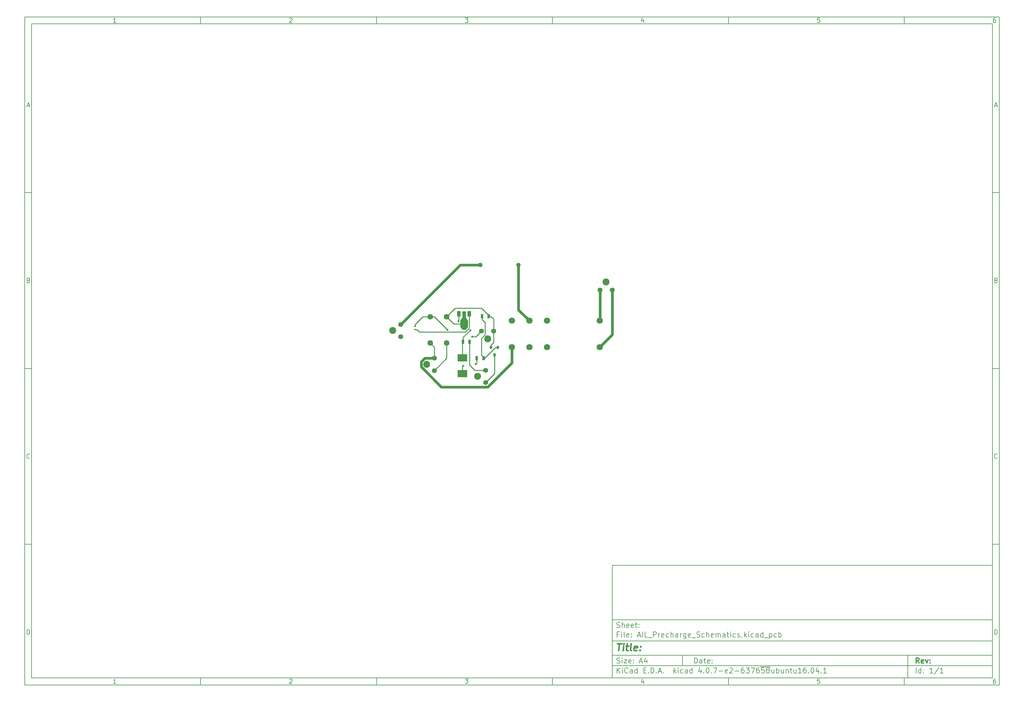
<source format=gbr>
G04 #@! TF.FileFunction,Copper,L1,Top,Signal*
%FSLAX46Y46*%
G04 Gerber Fmt 4.6, Leading zero omitted, Abs format (unit mm)*
G04 Created by KiCad (PCBNEW 4.0.7-e2-6376~58~ubuntu16.04.1) date Thu Nov  9 22:46:50 2017*
%MOMM*%
%LPD*%
G01*
G04 APERTURE LIST*
%ADD10C,0.100000*%
%ADD11C,0.150000*%
%ADD12C,0.300000*%
%ADD13C,0.400000*%
%ADD14C,1.397000*%
%ADD15C,1.981000*%
%ADD16C,1.600000*%
%ADD17R,0.800000X0.900000*%
%ADD18R,1.000000X1.500000*%
%ADD19R,1.000000X1.800000*%
%ADD20R,2.200000X1.840000*%
%ADD21C,1.800000*%
%ADD22R,0.550000X0.450000*%
%ADD23R,2.743000X2.159000*%
%ADD24R,0.700000X1.300000*%
%ADD25C,1.300000*%
%ADD26C,0.600000*%
%ADD27C,0.254000*%
%ADD28C,0.762000*%
G04 APERTURE END LIST*
D10*
D11*
X177002200Y-166007200D02*
X177002200Y-198007200D01*
X285002200Y-198007200D01*
X285002200Y-166007200D01*
X177002200Y-166007200D01*
D10*
D11*
X10000000Y-10000000D02*
X10000000Y-200007200D01*
X287002200Y-200007200D01*
X287002200Y-10000000D01*
X10000000Y-10000000D01*
D10*
D11*
X12000000Y-12000000D02*
X12000000Y-198007200D01*
X285002200Y-198007200D01*
X285002200Y-12000000D01*
X12000000Y-12000000D01*
D10*
D11*
X60000000Y-12000000D02*
X60000000Y-10000000D01*
D10*
D11*
X110000000Y-12000000D02*
X110000000Y-10000000D01*
D10*
D11*
X160000000Y-12000000D02*
X160000000Y-10000000D01*
D10*
D11*
X210000000Y-12000000D02*
X210000000Y-10000000D01*
D10*
D11*
X260000000Y-12000000D02*
X260000000Y-10000000D01*
D10*
D11*
X35990476Y-11588095D02*
X35247619Y-11588095D01*
X35619048Y-11588095D02*
X35619048Y-10288095D01*
X35495238Y-10473810D01*
X35371429Y-10597619D01*
X35247619Y-10659524D01*
D10*
D11*
X85247619Y-10411905D02*
X85309524Y-10350000D01*
X85433333Y-10288095D01*
X85742857Y-10288095D01*
X85866667Y-10350000D01*
X85928571Y-10411905D01*
X85990476Y-10535714D01*
X85990476Y-10659524D01*
X85928571Y-10845238D01*
X85185714Y-11588095D01*
X85990476Y-11588095D01*
D10*
D11*
X135185714Y-10288095D02*
X135990476Y-10288095D01*
X135557143Y-10783333D01*
X135742857Y-10783333D01*
X135866667Y-10845238D01*
X135928571Y-10907143D01*
X135990476Y-11030952D01*
X135990476Y-11340476D01*
X135928571Y-11464286D01*
X135866667Y-11526190D01*
X135742857Y-11588095D01*
X135371429Y-11588095D01*
X135247619Y-11526190D01*
X135185714Y-11464286D01*
D10*
D11*
X185866667Y-10721429D02*
X185866667Y-11588095D01*
X185557143Y-10226190D02*
X185247619Y-11154762D01*
X186052381Y-11154762D01*
D10*
D11*
X235928571Y-10288095D02*
X235309524Y-10288095D01*
X235247619Y-10907143D01*
X235309524Y-10845238D01*
X235433333Y-10783333D01*
X235742857Y-10783333D01*
X235866667Y-10845238D01*
X235928571Y-10907143D01*
X235990476Y-11030952D01*
X235990476Y-11340476D01*
X235928571Y-11464286D01*
X235866667Y-11526190D01*
X235742857Y-11588095D01*
X235433333Y-11588095D01*
X235309524Y-11526190D01*
X235247619Y-11464286D01*
D10*
D11*
X285866667Y-10288095D02*
X285619048Y-10288095D01*
X285495238Y-10350000D01*
X285433333Y-10411905D01*
X285309524Y-10597619D01*
X285247619Y-10845238D01*
X285247619Y-11340476D01*
X285309524Y-11464286D01*
X285371429Y-11526190D01*
X285495238Y-11588095D01*
X285742857Y-11588095D01*
X285866667Y-11526190D01*
X285928571Y-11464286D01*
X285990476Y-11340476D01*
X285990476Y-11030952D01*
X285928571Y-10907143D01*
X285866667Y-10845238D01*
X285742857Y-10783333D01*
X285495238Y-10783333D01*
X285371429Y-10845238D01*
X285309524Y-10907143D01*
X285247619Y-11030952D01*
D10*
D11*
X60000000Y-198007200D02*
X60000000Y-200007200D01*
D10*
D11*
X110000000Y-198007200D02*
X110000000Y-200007200D01*
D10*
D11*
X160000000Y-198007200D02*
X160000000Y-200007200D01*
D10*
D11*
X210000000Y-198007200D02*
X210000000Y-200007200D01*
D10*
D11*
X260000000Y-198007200D02*
X260000000Y-200007200D01*
D10*
D11*
X35990476Y-199595295D02*
X35247619Y-199595295D01*
X35619048Y-199595295D02*
X35619048Y-198295295D01*
X35495238Y-198481010D01*
X35371429Y-198604819D01*
X35247619Y-198666724D01*
D10*
D11*
X85247619Y-198419105D02*
X85309524Y-198357200D01*
X85433333Y-198295295D01*
X85742857Y-198295295D01*
X85866667Y-198357200D01*
X85928571Y-198419105D01*
X85990476Y-198542914D01*
X85990476Y-198666724D01*
X85928571Y-198852438D01*
X85185714Y-199595295D01*
X85990476Y-199595295D01*
D10*
D11*
X135185714Y-198295295D02*
X135990476Y-198295295D01*
X135557143Y-198790533D01*
X135742857Y-198790533D01*
X135866667Y-198852438D01*
X135928571Y-198914343D01*
X135990476Y-199038152D01*
X135990476Y-199347676D01*
X135928571Y-199471486D01*
X135866667Y-199533390D01*
X135742857Y-199595295D01*
X135371429Y-199595295D01*
X135247619Y-199533390D01*
X135185714Y-199471486D01*
D10*
D11*
X185866667Y-198728629D02*
X185866667Y-199595295D01*
X185557143Y-198233390D02*
X185247619Y-199161962D01*
X186052381Y-199161962D01*
D10*
D11*
X235928571Y-198295295D02*
X235309524Y-198295295D01*
X235247619Y-198914343D01*
X235309524Y-198852438D01*
X235433333Y-198790533D01*
X235742857Y-198790533D01*
X235866667Y-198852438D01*
X235928571Y-198914343D01*
X235990476Y-199038152D01*
X235990476Y-199347676D01*
X235928571Y-199471486D01*
X235866667Y-199533390D01*
X235742857Y-199595295D01*
X235433333Y-199595295D01*
X235309524Y-199533390D01*
X235247619Y-199471486D01*
D10*
D11*
X285866667Y-198295295D02*
X285619048Y-198295295D01*
X285495238Y-198357200D01*
X285433333Y-198419105D01*
X285309524Y-198604819D01*
X285247619Y-198852438D01*
X285247619Y-199347676D01*
X285309524Y-199471486D01*
X285371429Y-199533390D01*
X285495238Y-199595295D01*
X285742857Y-199595295D01*
X285866667Y-199533390D01*
X285928571Y-199471486D01*
X285990476Y-199347676D01*
X285990476Y-199038152D01*
X285928571Y-198914343D01*
X285866667Y-198852438D01*
X285742857Y-198790533D01*
X285495238Y-198790533D01*
X285371429Y-198852438D01*
X285309524Y-198914343D01*
X285247619Y-199038152D01*
D10*
D11*
X10000000Y-60000000D02*
X12000000Y-60000000D01*
D10*
D11*
X10000000Y-110000000D02*
X12000000Y-110000000D01*
D10*
D11*
X10000000Y-160000000D02*
X12000000Y-160000000D01*
D10*
D11*
X10690476Y-35216667D02*
X11309524Y-35216667D01*
X10566667Y-35588095D02*
X11000000Y-34288095D01*
X11433333Y-35588095D01*
D10*
D11*
X11092857Y-84907143D02*
X11278571Y-84969048D01*
X11340476Y-85030952D01*
X11402381Y-85154762D01*
X11402381Y-85340476D01*
X11340476Y-85464286D01*
X11278571Y-85526190D01*
X11154762Y-85588095D01*
X10659524Y-85588095D01*
X10659524Y-84288095D01*
X11092857Y-84288095D01*
X11216667Y-84350000D01*
X11278571Y-84411905D01*
X11340476Y-84535714D01*
X11340476Y-84659524D01*
X11278571Y-84783333D01*
X11216667Y-84845238D01*
X11092857Y-84907143D01*
X10659524Y-84907143D01*
D10*
D11*
X11402381Y-135464286D02*
X11340476Y-135526190D01*
X11154762Y-135588095D01*
X11030952Y-135588095D01*
X10845238Y-135526190D01*
X10721429Y-135402381D01*
X10659524Y-135278571D01*
X10597619Y-135030952D01*
X10597619Y-134845238D01*
X10659524Y-134597619D01*
X10721429Y-134473810D01*
X10845238Y-134350000D01*
X11030952Y-134288095D01*
X11154762Y-134288095D01*
X11340476Y-134350000D01*
X11402381Y-134411905D01*
D10*
D11*
X10659524Y-185588095D02*
X10659524Y-184288095D01*
X10969048Y-184288095D01*
X11154762Y-184350000D01*
X11278571Y-184473810D01*
X11340476Y-184597619D01*
X11402381Y-184845238D01*
X11402381Y-185030952D01*
X11340476Y-185278571D01*
X11278571Y-185402381D01*
X11154762Y-185526190D01*
X10969048Y-185588095D01*
X10659524Y-185588095D01*
D10*
D11*
X287002200Y-60000000D02*
X285002200Y-60000000D01*
D10*
D11*
X287002200Y-110000000D02*
X285002200Y-110000000D01*
D10*
D11*
X287002200Y-160000000D02*
X285002200Y-160000000D01*
D10*
D11*
X285692676Y-35216667D02*
X286311724Y-35216667D01*
X285568867Y-35588095D02*
X286002200Y-34288095D01*
X286435533Y-35588095D01*
D10*
D11*
X286095057Y-84907143D02*
X286280771Y-84969048D01*
X286342676Y-85030952D01*
X286404581Y-85154762D01*
X286404581Y-85340476D01*
X286342676Y-85464286D01*
X286280771Y-85526190D01*
X286156962Y-85588095D01*
X285661724Y-85588095D01*
X285661724Y-84288095D01*
X286095057Y-84288095D01*
X286218867Y-84350000D01*
X286280771Y-84411905D01*
X286342676Y-84535714D01*
X286342676Y-84659524D01*
X286280771Y-84783333D01*
X286218867Y-84845238D01*
X286095057Y-84907143D01*
X285661724Y-84907143D01*
D10*
D11*
X286404581Y-135464286D02*
X286342676Y-135526190D01*
X286156962Y-135588095D01*
X286033152Y-135588095D01*
X285847438Y-135526190D01*
X285723629Y-135402381D01*
X285661724Y-135278571D01*
X285599819Y-135030952D01*
X285599819Y-134845238D01*
X285661724Y-134597619D01*
X285723629Y-134473810D01*
X285847438Y-134350000D01*
X286033152Y-134288095D01*
X286156962Y-134288095D01*
X286342676Y-134350000D01*
X286404581Y-134411905D01*
D10*
D11*
X285661724Y-185588095D02*
X285661724Y-184288095D01*
X285971248Y-184288095D01*
X286156962Y-184350000D01*
X286280771Y-184473810D01*
X286342676Y-184597619D01*
X286404581Y-184845238D01*
X286404581Y-185030952D01*
X286342676Y-185278571D01*
X286280771Y-185402381D01*
X286156962Y-185526190D01*
X285971248Y-185588095D01*
X285661724Y-185588095D01*
D10*
D11*
X200359343Y-193785771D02*
X200359343Y-192285771D01*
X200716486Y-192285771D01*
X200930771Y-192357200D01*
X201073629Y-192500057D01*
X201145057Y-192642914D01*
X201216486Y-192928629D01*
X201216486Y-193142914D01*
X201145057Y-193428629D01*
X201073629Y-193571486D01*
X200930771Y-193714343D01*
X200716486Y-193785771D01*
X200359343Y-193785771D01*
X202502200Y-193785771D02*
X202502200Y-193000057D01*
X202430771Y-192857200D01*
X202287914Y-192785771D01*
X202002200Y-192785771D01*
X201859343Y-192857200D01*
X202502200Y-193714343D02*
X202359343Y-193785771D01*
X202002200Y-193785771D01*
X201859343Y-193714343D01*
X201787914Y-193571486D01*
X201787914Y-193428629D01*
X201859343Y-193285771D01*
X202002200Y-193214343D01*
X202359343Y-193214343D01*
X202502200Y-193142914D01*
X203002200Y-192785771D02*
X203573629Y-192785771D01*
X203216486Y-192285771D02*
X203216486Y-193571486D01*
X203287914Y-193714343D01*
X203430772Y-193785771D01*
X203573629Y-193785771D01*
X204645057Y-193714343D02*
X204502200Y-193785771D01*
X204216486Y-193785771D01*
X204073629Y-193714343D01*
X204002200Y-193571486D01*
X204002200Y-193000057D01*
X204073629Y-192857200D01*
X204216486Y-192785771D01*
X204502200Y-192785771D01*
X204645057Y-192857200D01*
X204716486Y-193000057D01*
X204716486Y-193142914D01*
X204002200Y-193285771D01*
X205359343Y-193642914D02*
X205430771Y-193714343D01*
X205359343Y-193785771D01*
X205287914Y-193714343D01*
X205359343Y-193642914D01*
X205359343Y-193785771D01*
X205359343Y-192857200D02*
X205430771Y-192928629D01*
X205359343Y-193000057D01*
X205287914Y-192928629D01*
X205359343Y-192857200D01*
X205359343Y-193000057D01*
D10*
D11*
X177002200Y-194507200D02*
X285002200Y-194507200D01*
D10*
D11*
X178359343Y-196585771D02*
X178359343Y-195085771D01*
X179216486Y-196585771D02*
X178573629Y-195728629D01*
X179216486Y-195085771D02*
X178359343Y-195942914D01*
X179859343Y-196585771D02*
X179859343Y-195585771D01*
X179859343Y-195085771D02*
X179787914Y-195157200D01*
X179859343Y-195228629D01*
X179930771Y-195157200D01*
X179859343Y-195085771D01*
X179859343Y-195228629D01*
X181430772Y-196442914D02*
X181359343Y-196514343D01*
X181145057Y-196585771D01*
X181002200Y-196585771D01*
X180787915Y-196514343D01*
X180645057Y-196371486D01*
X180573629Y-196228629D01*
X180502200Y-195942914D01*
X180502200Y-195728629D01*
X180573629Y-195442914D01*
X180645057Y-195300057D01*
X180787915Y-195157200D01*
X181002200Y-195085771D01*
X181145057Y-195085771D01*
X181359343Y-195157200D01*
X181430772Y-195228629D01*
X182716486Y-196585771D02*
X182716486Y-195800057D01*
X182645057Y-195657200D01*
X182502200Y-195585771D01*
X182216486Y-195585771D01*
X182073629Y-195657200D01*
X182716486Y-196514343D02*
X182573629Y-196585771D01*
X182216486Y-196585771D01*
X182073629Y-196514343D01*
X182002200Y-196371486D01*
X182002200Y-196228629D01*
X182073629Y-196085771D01*
X182216486Y-196014343D01*
X182573629Y-196014343D01*
X182716486Y-195942914D01*
X184073629Y-196585771D02*
X184073629Y-195085771D01*
X184073629Y-196514343D02*
X183930772Y-196585771D01*
X183645058Y-196585771D01*
X183502200Y-196514343D01*
X183430772Y-196442914D01*
X183359343Y-196300057D01*
X183359343Y-195871486D01*
X183430772Y-195728629D01*
X183502200Y-195657200D01*
X183645058Y-195585771D01*
X183930772Y-195585771D01*
X184073629Y-195657200D01*
X185930772Y-195800057D02*
X186430772Y-195800057D01*
X186645058Y-196585771D02*
X185930772Y-196585771D01*
X185930772Y-195085771D01*
X186645058Y-195085771D01*
X187287915Y-196442914D02*
X187359343Y-196514343D01*
X187287915Y-196585771D01*
X187216486Y-196514343D01*
X187287915Y-196442914D01*
X187287915Y-196585771D01*
X188002201Y-196585771D02*
X188002201Y-195085771D01*
X188359344Y-195085771D01*
X188573629Y-195157200D01*
X188716487Y-195300057D01*
X188787915Y-195442914D01*
X188859344Y-195728629D01*
X188859344Y-195942914D01*
X188787915Y-196228629D01*
X188716487Y-196371486D01*
X188573629Y-196514343D01*
X188359344Y-196585771D01*
X188002201Y-196585771D01*
X189502201Y-196442914D02*
X189573629Y-196514343D01*
X189502201Y-196585771D01*
X189430772Y-196514343D01*
X189502201Y-196442914D01*
X189502201Y-196585771D01*
X190145058Y-196157200D02*
X190859344Y-196157200D01*
X190002201Y-196585771D02*
X190502201Y-195085771D01*
X191002201Y-196585771D01*
X191502201Y-196442914D02*
X191573629Y-196514343D01*
X191502201Y-196585771D01*
X191430772Y-196514343D01*
X191502201Y-196442914D01*
X191502201Y-196585771D01*
X194502201Y-196585771D02*
X194502201Y-195085771D01*
X194645058Y-196014343D02*
X195073629Y-196585771D01*
X195073629Y-195585771D02*
X194502201Y-196157200D01*
X195716487Y-196585771D02*
X195716487Y-195585771D01*
X195716487Y-195085771D02*
X195645058Y-195157200D01*
X195716487Y-195228629D01*
X195787915Y-195157200D01*
X195716487Y-195085771D01*
X195716487Y-195228629D01*
X197073630Y-196514343D02*
X196930773Y-196585771D01*
X196645059Y-196585771D01*
X196502201Y-196514343D01*
X196430773Y-196442914D01*
X196359344Y-196300057D01*
X196359344Y-195871486D01*
X196430773Y-195728629D01*
X196502201Y-195657200D01*
X196645059Y-195585771D01*
X196930773Y-195585771D01*
X197073630Y-195657200D01*
X198359344Y-196585771D02*
X198359344Y-195800057D01*
X198287915Y-195657200D01*
X198145058Y-195585771D01*
X197859344Y-195585771D01*
X197716487Y-195657200D01*
X198359344Y-196514343D02*
X198216487Y-196585771D01*
X197859344Y-196585771D01*
X197716487Y-196514343D01*
X197645058Y-196371486D01*
X197645058Y-196228629D01*
X197716487Y-196085771D01*
X197859344Y-196014343D01*
X198216487Y-196014343D01*
X198359344Y-195942914D01*
X199716487Y-196585771D02*
X199716487Y-195085771D01*
X199716487Y-196514343D02*
X199573630Y-196585771D01*
X199287916Y-196585771D01*
X199145058Y-196514343D01*
X199073630Y-196442914D01*
X199002201Y-196300057D01*
X199002201Y-195871486D01*
X199073630Y-195728629D01*
X199145058Y-195657200D01*
X199287916Y-195585771D01*
X199573630Y-195585771D01*
X199716487Y-195657200D01*
X202216487Y-195585771D02*
X202216487Y-196585771D01*
X201859344Y-195014343D02*
X201502201Y-196085771D01*
X202430773Y-196085771D01*
X203002201Y-196442914D02*
X203073629Y-196514343D01*
X203002201Y-196585771D01*
X202930772Y-196514343D01*
X203002201Y-196442914D01*
X203002201Y-196585771D01*
X204002201Y-195085771D02*
X204145058Y-195085771D01*
X204287915Y-195157200D01*
X204359344Y-195228629D01*
X204430773Y-195371486D01*
X204502201Y-195657200D01*
X204502201Y-196014343D01*
X204430773Y-196300057D01*
X204359344Y-196442914D01*
X204287915Y-196514343D01*
X204145058Y-196585771D01*
X204002201Y-196585771D01*
X203859344Y-196514343D01*
X203787915Y-196442914D01*
X203716487Y-196300057D01*
X203645058Y-196014343D01*
X203645058Y-195657200D01*
X203716487Y-195371486D01*
X203787915Y-195228629D01*
X203859344Y-195157200D01*
X204002201Y-195085771D01*
X205145058Y-196442914D02*
X205216486Y-196514343D01*
X205145058Y-196585771D01*
X205073629Y-196514343D01*
X205145058Y-196442914D01*
X205145058Y-196585771D01*
X205716487Y-195085771D02*
X206716487Y-195085771D01*
X206073630Y-196585771D01*
X207287915Y-196014343D02*
X208430772Y-196014343D01*
X209716486Y-196514343D02*
X209573629Y-196585771D01*
X209287915Y-196585771D01*
X209145058Y-196514343D01*
X209073629Y-196371486D01*
X209073629Y-195800057D01*
X209145058Y-195657200D01*
X209287915Y-195585771D01*
X209573629Y-195585771D01*
X209716486Y-195657200D01*
X209787915Y-195800057D01*
X209787915Y-195942914D01*
X209073629Y-196085771D01*
X210359343Y-195228629D02*
X210430772Y-195157200D01*
X210573629Y-195085771D01*
X210930772Y-195085771D01*
X211073629Y-195157200D01*
X211145058Y-195228629D01*
X211216486Y-195371486D01*
X211216486Y-195514343D01*
X211145058Y-195728629D01*
X210287915Y-196585771D01*
X211216486Y-196585771D01*
X211859343Y-196014343D02*
X213002200Y-196014343D01*
X214359343Y-195085771D02*
X214073629Y-195085771D01*
X213930772Y-195157200D01*
X213859343Y-195228629D01*
X213716486Y-195442914D01*
X213645057Y-195728629D01*
X213645057Y-196300057D01*
X213716486Y-196442914D01*
X213787914Y-196514343D01*
X213930772Y-196585771D01*
X214216486Y-196585771D01*
X214359343Y-196514343D01*
X214430772Y-196442914D01*
X214502200Y-196300057D01*
X214502200Y-195942914D01*
X214430772Y-195800057D01*
X214359343Y-195728629D01*
X214216486Y-195657200D01*
X213930772Y-195657200D01*
X213787914Y-195728629D01*
X213716486Y-195800057D01*
X213645057Y-195942914D01*
X215002200Y-195085771D02*
X215930771Y-195085771D01*
X215430771Y-195657200D01*
X215645057Y-195657200D01*
X215787914Y-195728629D01*
X215859343Y-195800057D01*
X215930771Y-195942914D01*
X215930771Y-196300057D01*
X215859343Y-196442914D01*
X215787914Y-196514343D01*
X215645057Y-196585771D01*
X215216485Y-196585771D01*
X215073628Y-196514343D01*
X215002200Y-196442914D01*
X216430771Y-195085771D02*
X217430771Y-195085771D01*
X216787914Y-196585771D01*
X218645056Y-195085771D02*
X218359342Y-195085771D01*
X218216485Y-195157200D01*
X218145056Y-195228629D01*
X218002199Y-195442914D01*
X217930770Y-195728629D01*
X217930770Y-196300057D01*
X218002199Y-196442914D01*
X218073627Y-196514343D01*
X218216485Y-196585771D01*
X218502199Y-196585771D01*
X218645056Y-196514343D01*
X218716485Y-196442914D01*
X218787913Y-196300057D01*
X218787913Y-195942914D01*
X218716485Y-195800057D01*
X218645056Y-195728629D01*
X218502199Y-195657200D01*
X218216485Y-195657200D01*
X218073627Y-195728629D01*
X218002199Y-195800057D01*
X217930770Y-195942914D01*
X220145056Y-195085771D02*
X219430770Y-195085771D01*
X219359341Y-195800057D01*
X219430770Y-195728629D01*
X219573627Y-195657200D01*
X219930770Y-195657200D01*
X220073627Y-195728629D01*
X220145056Y-195800057D01*
X220216484Y-195942914D01*
X220216484Y-196300057D01*
X220145056Y-196442914D01*
X220073627Y-196514343D01*
X219930770Y-196585771D01*
X219573627Y-196585771D01*
X219430770Y-196514343D01*
X219359341Y-196442914D01*
X221073627Y-195728629D02*
X220930769Y-195657200D01*
X220859341Y-195585771D01*
X220787912Y-195442914D01*
X220787912Y-195371486D01*
X220859341Y-195228629D01*
X220930769Y-195157200D01*
X221073627Y-195085771D01*
X221359341Y-195085771D01*
X221502198Y-195157200D01*
X221573627Y-195228629D01*
X221645055Y-195371486D01*
X221645055Y-195442914D01*
X221573627Y-195585771D01*
X221502198Y-195657200D01*
X221359341Y-195728629D01*
X221073627Y-195728629D01*
X220930769Y-195800057D01*
X220859341Y-195871486D01*
X220787912Y-196014343D01*
X220787912Y-196300057D01*
X220859341Y-196442914D01*
X220930769Y-196514343D01*
X221073627Y-196585771D01*
X221359341Y-196585771D01*
X221502198Y-196514343D01*
X221573627Y-196442914D01*
X221645055Y-196300057D01*
X221645055Y-196014343D01*
X221573627Y-195871486D01*
X221502198Y-195800057D01*
X221359341Y-195728629D01*
X219073627Y-194827200D02*
X221930769Y-194827200D01*
X222930769Y-195585771D02*
X222930769Y-196585771D01*
X222287912Y-195585771D02*
X222287912Y-196371486D01*
X222359340Y-196514343D01*
X222502198Y-196585771D01*
X222716483Y-196585771D01*
X222859340Y-196514343D01*
X222930769Y-196442914D01*
X223645055Y-196585771D02*
X223645055Y-195085771D01*
X223645055Y-195657200D02*
X223787912Y-195585771D01*
X224073626Y-195585771D01*
X224216483Y-195657200D01*
X224287912Y-195728629D01*
X224359341Y-195871486D01*
X224359341Y-196300057D01*
X224287912Y-196442914D01*
X224216483Y-196514343D01*
X224073626Y-196585771D01*
X223787912Y-196585771D01*
X223645055Y-196514343D01*
X225645055Y-195585771D02*
X225645055Y-196585771D01*
X225002198Y-195585771D02*
X225002198Y-196371486D01*
X225073626Y-196514343D01*
X225216484Y-196585771D01*
X225430769Y-196585771D01*
X225573626Y-196514343D01*
X225645055Y-196442914D01*
X226359341Y-195585771D02*
X226359341Y-196585771D01*
X226359341Y-195728629D02*
X226430769Y-195657200D01*
X226573627Y-195585771D01*
X226787912Y-195585771D01*
X226930769Y-195657200D01*
X227002198Y-195800057D01*
X227002198Y-196585771D01*
X227502198Y-195585771D02*
X228073627Y-195585771D01*
X227716484Y-195085771D02*
X227716484Y-196371486D01*
X227787912Y-196514343D01*
X227930770Y-196585771D01*
X228073627Y-196585771D01*
X229216484Y-195585771D02*
X229216484Y-196585771D01*
X228573627Y-195585771D02*
X228573627Y-196371486D01*
X228645055Y-196514343D01*
X228787913Y-196585771D01*
X229002198Y-196585771D01*
X229145055Y-196514343D01*
X229216484Y-196442914D01*
X230716484Y-196585771D02*
X229859341Y-196585771D01*
X230287913Y-196585771D02*
X230287913Y-195085771D01*
X230145056Y-195300057D01*
X230002198Y-195442914D01*
X229859341Y-195514343D01*
X232002198Y-195085771D02*
X231716484Y-195085771D01*
X231573627Y-195157200D01*
X231502198Y-195228629D01*
X231359341Y-195442914D01*
X231287912Y-195728629D01*
X231287912Y-196300057D01*
X231359341Y-196442914D01*
X231430769Y-196514343D01*
X231573627Y-196585771D01*
X231859341Y-196585771D01*
X232002198Y-196514343D01*
X232073627Y-196442914D01*
X232145055Y-196300057D01*
X232145055Y-195942914D01*
X232073627Y-195800057D01*
X232002198Y-195728629D01*
X231859341Y-195657200D01*
X231573627Y-195657200D01*
X231430769Y-195728629D01*
X231359341Y-195800057D01*
X231287912Y-195942914D01*
X232787912Y-196442914D02*
X232859340Y-196514343D01*
X232787912Y-196585771D01*
X232716483Y-196514343D01*
X232787912Y-196442914D01*
X232787912Y-196585771D01*
X233787912Y-195085771D02*
X233930769Y-195085771D01*
X234073626Y-195157200D01*
X234145055Y-195228629D01*
X234216484Y-195371486D01*
X234287912Y-195657200D01*
X234287912Y-196014343D01*
X234216484Y-196300057D01*
X234145055Y-196442914D01*
X234073626Y-196514343D01*
X233930769Y-196585771D01*
X233787912Y-196585771D01*
X233645055Y-196514343D01*
X233573626Y-196442914D01*
X233502198Y-196300057D01*
X233430769Y-196014343D01*
X233430769Y-195657200D01*
X233502198Y-195371486D01*
X233573626Y-195228629D01*
X233645055Y-195157200D01*
X233787912Y-195085771D01*
X235573626Y-195585771D02*
X235573626Y-196585771D01*
X235216483Y-195014343D02*
X234859340Y-196085771D01*
X235787912Y-196085771D01*
X236359340Y-196442914D02*
X236430768Y-196514343D01*
X236359340Y-196585771D01*
X236287911Y-196514343D01*
X236359340Y-196442914D01*
X236359340Y-196585771D01*
X237859340Y-196585771D02*
X237002197Y-196585771D01*
X237430769Y-196585771D02*
X237430769Y-195085771D01*
X237287912Y-195300057D01*
X237145054Y-195442914D01*
X237002197Y-195514343D01*
D10*
D11*
X177002200Y-191507200D02*
X285002200Y-191507200D01*
D10*
D12*
X264216486Y-193785771D02*
X263716486Y-193071486D01*
X263359343Y-193785771D02*
X263359343Y-192285771D01*
X263930771Y-192285771D01*
X264073629Y-192357200D01*
X264145057Y-192428629D01*
X264216486Y-192571486D01*
X264216486Y-192785771D01*
X264145057Y-192928629D01*
X264073629Y-193000057D01*
X263930771Y-193071486D01*
X263359343Y-193071486D01*
X265430771Y-193714343D02*
X265287914Y-193785771D01*
X265002200Y-193785771D01*
X264859343Y-193714343D01*
X264787914Y-193571486D01*
X264787914Y-193000057D01*
X264859343Y-192857200D01*
X265002200Y-192785771D01*
X265287914Y-192785771D01*
X265430771Y-192857200D01*
X265502200Y-193000057D01*
X265502200Y-193142914D01*
X264787914Y-193285771D01*
X266002200Y-192785771D02*
X266359343Y-193785771D01*
X266716485Y-192785771D01*
X267287914Y-193642914D02*
X267359342Y-193714343D01*
X267287914Y-193785771D01*
X267216485Y-193714343D01*
X267287914Y-193642914D01*
X267287914Y-193785771D01*
X267287914Y-192857200D02*
X267359342Y-192928629D01*
X267287914Y-193000057D01*
X267216485Y-192928629D01*
X267287914Y-192857200D01*
X267287914Y-193000057D01*
D10*
D11*
X178287914Y-193714343D02*
X178502200Y-193785771D01*
X178859343Y-193785771D01*
X179002200Y-193714343D01*
X179073629Y-193642914D01*
X179145057Y-193500057D01*
X179145057Y-193357200D01*
X179073629Y-193214343D01*
X179002200Y-193142914D01*
X178859343Y-193071486D01*
X178573629Y-193000057D01*
X178430771Y-192928629D01*
X178359343Y-192857200D01*
X178287914Y-192714343D01*
X178287914Y-192571486D01*
X178359343Y-192428629D01*
X178430771Y-192357200D01*
X178573629Y-192285771D01*
X178930771Y-192285771D01*
X179145057Y-192357200D01*
X179787914Y-193785771D02*
X179787914Y-192785771D01*
X179787914Y-192285771D02*
X179716485Y-192357200D01*
X179787914Y-192428629D01*
X179859342Y-192357200D01*
X179787914Y-192285771D01*
X179787914Y-192428629D01*
X180359343Y-192785771D02*
X181145057Y-192785771D01*
X180359343Y-193785771D01*
X181145057Y-193785771D01*
X182287914Y-193714343D02*
X182145057Y-193785771D01*
X181859343Y-193785771D01*
X181716486Y-193714343D01*
X181645057Y-193571486D01*
X181645057Y-193000057D01*
X181716486Y-192857200D01*
X181859343Y-192785771D01*
X182145057Y-192785771D01*
X182287914Y-192857200D01*
X182359343Y-193000057D01*
X182359343Y-193142914D01*
X181645057Y-193285771D01*
X183002200Y-193642914D02*
X183073628Y-193714343D01*
X183002200Y-193785771D01*
X182930771Y-193714343D01*
X183002200Y-193642914D01*
X183002200Y-193785771D01*
X183002200Y-192857200D02*
X183073628Y-192928629D01*
X183002200Y-193000057D01*
X182930771Y-192928629D01*
X183002200Y-192857200D01*
X183002200Y-193000057D01*
X184787914Y-193357200D02*
X185502200Y-193357200D01*
X184645057Y-193785771D02*
X185145057Y-192285771D01*
X185645057Y-193785771D01*
X186787914Y-192785771D02*
X186787914Y-193785771D01*
X186430771Y-192214343D02*
X186073628Y-193285771D01*
X187002200Y-193285771D01*
D10*
D11*
X263359343Y-196585771D02*
X263359343Y-195085771D01*
X264716486Y-196585771D02*
X264716486Y-195085771D01*
X264716486Y-196514343D02*
X264573629Y-196585771D01*
X264287915Y-196585771D01*
X264145057Y-196514343D01*
X264073629Y-196442914D01*
X264002200Y-196300057D01*
X264002200Y-195871486D01*
X264073629Y-195728629D01*
X264145057Y-195657200D01*
X264287915Y-195585771D01*
X264573629Y-195585771D01*
X264716486Y-195657200D01*
X265430772Y-196442914D02*
X265502200Y-196514343D01*
X265430772Y-196585771D01*
X265359343Y-196514343D01*
X265430772Y-196442914D01*
X265430772Y-196585771D01*
X265430772Y-195657200D02*
X265502200Y-195728629D01*
X265430772Y-195800057D01*
X265359343Y-195728629D01*
X265430772Y-195657200D01*
X265430772Y-195800057D01*
X268073629Y-196585771D02*
X267216486Y-196585771D01*
X267645058Y-196585771D02*
X267645058Y-195085771D01*
X267502201Y-195300057D01*
X267359343Y-195442914D01*
X267216486Y-195514343D01*
X269787914Y-195014343D02*
X268502200Y-196942914D01*
X271073629Y-196585771D02*
X270216486Y-196585771D01*
X270645058Y-196585771D02*
X270645058Y-195085771D01*
X270502201Y-195300057D01*
X270359343Y-195442914D01*
X270216486Y-195514343D01*
D10*
D11*
X177002200Y-187507200D02*
X285002200Y-187507200D01*
D10*
D13*
X178454581Y-188211962D02*
X179597438Y-188211962D01*
X178776010Y-190211962D02*
X179026010Y-188211962D01*
X180014105Y-190211962D02*
X180180771Y-188878629D01*
X180264105Y-188211962D02*
X180156962Y-188307200D01*
X180240295Y-188402438D01*
X180347439Y-188307200D01*
X180264105Y-188211962D01*
X180240295Y-188402438D01*
X180847438Y-188878629D02*
X181609343Y-188878629D01*
X181216486Y-188211962D02*
X181002200Y-189926248D01*
X181073630Y-190116724D01*
X181252201Y-190211962D01*
X181442677Y-190211962D01*
X182395058Y-190211962D02*
X182216487Y-190116724D01*
X182145057Y-189926248D01*
X182359343Y-188211962D01*
X183930772Y-190116724D02*
X183728391Y-190211962D01*
X183347439Y-190211962D01*
X183168867Y-190116724D01*
X183097438Y-189926248D01*
X183192676Y-189164343D01*
X183311724Y-188973867D01*
X183514105Y-188878629D01*
X183895057Y-188878629D01*
X184073629Y-188973867D01*
X184145057Y-189164343D01*
X184121248Y-189354819D01*
X183145057Y-189545295D01*
X184895057Y-190021486D02*
X184978392Y-190116724D01*
X184871248Y-190211962D01*
X184787915Y-190116724D01*
X184895057Y-190021486D01*
X184871248Y-190211962D01*
X185026010Y-188973867D02*
X185109344Y-189069105D01*
X185002200Y-189164343D01*
X184918867Y-189069105D01*
X185026010Y-188973867D01*
X185002200Y-189164343D01*
D10*
D11*
X178859343Y-185600057D02*
X178359343Y-185600057D01*
X178359343Y-186385771D02*
X178359343Y-184885771D01*
X179073629Y-184885771D01*
X179645057Y-186385771D02*
X179645057Y-185385771D01*
X179645057Y-184885771D02*
X179573628Y-184957200D01*
X179645057Y-185028629D01*
X179716485Y-184957200D01*
X179645057Y-184885771D01*
X179645057Y-185028629D01*
X180573629Y-186385771D02*
X180430771Y-186314343D01*
X180359343Y-186171486D01*
X180359343Y-184885771D01*
X181716485Y-186314343D02*
X181573628Y-186385771D01*
X181287914Y-186385771D01*
X181145057Y-186314343D01*
X181073628Y-186171486D01*
X181073628Y-185600057D01*
X181145057Y-185457200D01*
X181287914Y-185385771D01*
X181573628Y-185385771D01*
X181716485Y-185457200D01*
X181787914Y-185600057D01*
X181787914Y-185742914D01*
X181073628Y-185885771D01*
X182430771Y-186242914D02*
X182502199Y-186314343D01*
X182430771Y-186385771D01*
X182359342Y-186314343D01*
X182430771Y-186242914D01*
X182430771Y-186385771D01*
X182430771Y-185457200D02*
X182502199Y-185528629D01*
X182430771Y-185600057D01*
X182359342Y-185528629D01*
X182430771Y-185457200D01*
X182430771Y-185600057D01*
X184216485Y-185957200D02*
X184930771Y-185957200D01*
X184073628Y-186385771D02*
X184573628Y-184885771D01*
X185073628Y-186385771D01*
X185573628Y-186385771D02*
X185573628Y-184885771D01*
X187002200Y-186385771D02*
X186287914Y-186385771D01*
X186287914Y-184885771D01*
X187145057Y-186528629D02*
X188287914Y-186528629D01*
X188645057Y-186385771D02*
X188645057Y-184885771D01*
X189216485Y-184885771D01*
X189359343Y-184957200D01*
X189430771Y-185028629D01*
X189502200Y-185171486D01*
X189502200Y-185385771D01*
X189430771Y-185528629D01*
X189359343Y-185600057D01*
X189216485Y-185671486D01*
X188645057Y-185671486D01*
X190145057Y-186385771D02*
X190145057Y-185385771D01*
X190145057Y-185671486D02*
X190216485Y-185528629D01*
X190287914Y-185457200D01*
X190430771Y-185385771D01*
X190573628Y-185385771D01*
X191645056Y-186314343D02*
X191502199Y-186385771D01*
X191216485Y-186385771D01*
X191073628Y-186314343D01*
X191002199Y-186171486D01*
X191002199Y-185600057D01*
X191073628Y-185457200D01*
X191216485Y-185385771D01*
X191502199Y-185385771D01*
X191645056Y-185457200D01*
X191716485Y-185600057D01*
X191716485Y-185742914D01*
X191002199Y-185885771D01*
X193002199Y-186314343D02*
X192859342Y-186385771D01*
X192573628Y-186385771D01*
X192430770Y-186314343D01*
X192359342Y-186242914D01*
X192287913Y-186100057D01*
X192287913Y-185671486D01*
X192359342Y-185528629D01*
X192430770Y-185457200D01*
X192573628Y-185385771D01*
X192859342Y-185385771D01*
X193002199Y-185457200D01*
X193645056Y-186385771D02*
X193645056Y-184885771D01*
X194287913Y-186385771D02*
X194287913Y-185600057D01*
X194216484Y-185457200D01*
X194073627Y-185385771D01*
X193859342Y-185385771D01*
X193716484Y-185457200D01*
X193645056Y-185528629D01*
X195645056Y-186385771D02*
X195645056Y-185600057D01*
X195573627Y-185457200D01*
X195430770Y-185385771D01*
X195145056Y-185385771D01*
X195002199Y-185457200D01*
X195645056Y-186314343D02*
X195502199Y-186385771D01*
X195145056Y-186385771D01*
X195002199Y-186314343D01*
X194930770Y-186171486D01*
X194930770Y-186028629D01*
X195002199Y-185885771D01*
X195145056Y-185814343D01*
X195502199Y-185814343D01*
X195645056Y-185742914D01*
X196359342Y-186385771D02*
X196359342Y-185385771D01*
X196359342Y-185671486D02*
X196430770Y-185528629D01*
X196502199Y-185457200D01*
X196645056Y-185385771D01*
X196787913Y-185385771D01*
X197930770Y-185385771D02*
X197930770Y-186600057D01*
X197859341Y-186742914D01*
X197787913Y-186814343D01*
X197645056Y-186885771D01*
X197430770Y-186885771D01*
X197287913Y-186814343D01*
X197930770Y-186314343D02*
X197787913Y-186385771D01*
X197502199Y-186385771D01*
X197359341Y-186314343D01*
X197287913Y-186242914D01*
X197216484Y-186100057D01*
X197216484Y-185671486D01*
X197287913Y-185528629D01*
X197359341Y-185457200D01*
X197502199Y-185385771D01*
X197787913Y-185385771D01*
X197930770Y-185457200D01*
X199216484Y-186314343D02*
X199073627Y-186385771D01*
X198787913Y-186385771D01*
X198645056Y-186314343D01*
X198573627Y-186171486D01*
X198573627Y-185600057D01*
X198645056Y-185457200D01*
X198787913Y-185385771D01*
X199073627Y-185385771D01*
X199216484Y-185457200D01*
X199287913Y-185600057D01*
X199287913Y-185742914D01*
X198573627Y-185885771D01*
X199573627Y-186528629D02*
X200716484Y-186528629D01*
X201002198Y-186314343D02*
X201216484Y-186385771D01*
X201573627Y-186385771D01*
X201716484Y-186314343D01*
X201787913Y-186242914D01*
X201859341Y-186100057D01*
X201859341Y-185957200D01*
X201787913Y-185814343D01*
X201716484Y-185742914D01*
X201573627Y-185671486D01*
X201287913Y-185600057D01*
X201145055Y-185528629D01*
X201073627Y-185457200D01*
X201002198Y-185314343D01*
X201002198Y-185171486D01*
X201073627Y-185028629D01*
X201145055Y-184957200D01*
X201287913Y-184885771D01*
X201645055Y-184885771D01*
X201859341Y-184957200D01*
X203145055Y-186314343D02*
X203002198Y-186385771D01*
X202716484Y-186385771D01*
X202573626Y-186314343D01*
X202502198Y-186242914D01*
X202430769Y-186100057D01*
X202430769Y-185671486D01*
X202502198Y-185528629D01*
X202573626Y-185457200D01*
X202716484Y-185385771D01*
X203002198Y-185385771D01*
X203145055Y-185457200D01*
X203787912Y-186385771D02*
X203787912Y-184885771D01*
X204430769Y-186385771D02*
X204430769Y-185600057D01*
X204359340Y-185457200D01*
X204216483Y-185385771D01*
X204002198Y-185385771D01*
X203859340Y-185457200D01*
X203787912Y-185528629D01*
X205716483Y-186314343D02*
X205573626Y-186385771D01*
X205287912Y-186385771D01*
X205145055Y-186314343D01*
X205073626Y-186171486D01*
X205073626Y-185600057D01*
X205145055Y-185457200D01*
X205287912Y-185385771D01*
X205573626Y-185385771D01*
X205716483Y-185457200D01*
X205787912Y-185600057D01*
X205787912Y-185742914D01*
X205073626Y-185885771D01*
X206430769Y-186385771D02*
X206430769Y-185385771D01*
X206430769Y-185528629D02*
X206502197Y-185457200D01*
X206645055Y-185385771D01*
X206859340Y-185385771D01*
X207002197Y-185457200D01*
X207073626Y-185600057D01*
X207073626Y-186385771D01*
X207073626Y-185600057D02*
X207145055Y-185457200D01*
X207287912Y-185385771D01*
X207502197Y-185385771D01*
X207645055Y-185457200D01*
X207716483Y-185600057D01*
X207716483Y-186385771D01*
X209073626Y-186385771D02*
X209073626Y-185600057D01*
X209002197Y-185457200D01*
X208859340Y-185385771D01*
X208573626Y-185385771D01*
X208430769Y-185457200D01*
X209073626Y-186314343D02*
X208930769Y-186385771D01*
X208573626Y-186385771D01*
X208430769Y-186314343D01*
X208359340Y-186171486D01*
X208359340Y-186028629D01*
X208430769Y-185885771D01*
X208573626Y-185814343D01*
X208930769Y-185814343D01*
X209073626Y-185742914D01*
X209573626Y-185385771D02*
X210145055Y-185385771D01*
X209787912Y-184885771D02*
X209787912Y-186171486D01*
X209859340Y-186314343D01*
X210002198Y-186385771D01*
X210145055Y-186385771D01*
X210645055Y-186385771D02*
X210645055Y-185385771D01*
X210645055Y-184885771D02*
X210573626Y-184957200D01*
X210645055Y-185028629D01*
X210716483Y-184957200D01*
X210645055Y-184885771D01*
X210645055Y-185028629D01*
X212002198Y-186314343D02*
X211859341Y-186385771D01*
X211573627Y-186385771D01*
X211430769Y-186314343D01*
X211359341Y-186242914D01*
X211287912Y-186100057D01*
X211287912Y-185671486D01*
X211359341Y-185528629D01*
X211430769Y-185457200D01*
X211573627Y-185385771D01*
X211859341Y-185385771D01*
X212002198Y-185457200D01*
X212573626Y-186314343D02*
X212716483Y-186385771D01*
X213002198Y-186385771D01*
X213145055Y-186314343D01*
X213216483Y-186171486D01*
X213216483Y-186100057D01*
X213145055Y-185957200D01*
X213002198Y-185885771D01*
X212787912Y-185885771D01*
X212645055Y-185814343D01*
X212573626Y-185671486D01*
X212573626Y-185600057D01*
X212645055Y-185457200D01*
X212787912Y-185385771D01*
X213002198Y-185385771D01*
X213145055Y-185457200D01*
X213859341Y-186242914D02*
X213930769Y-186314343D01*
X213859341Y-186385771D01*
X213787912Y-186314343D01*
X213859341Y-186242914D01*
X213859341Y-186385771D01*
X214573627Y-186385771D02*
X214573627Y-184885771D01*
X214716484Y-185814343D02*
X215145055Y-186385771D01*
X215145055Y-185385771D02*
X214573627Y-185957200D01*
X215787913Y-186385771D02*
X215787913Y-185385771D01*
X215787913Y-184885771D02*
X215716484Y-184957200D01*
X215787913Y-185028629D01*
X215859341Y-184957200D01*
X215787913Y-184885771D01*
X215787913Y-185028629D01*
X217145056Y-186314343D02*
X217002199Y-186385771D01*
X216716485Y-186385771D01*
X216573627Y-186314343D01*
X216502199Y-186242914D01*
X216430770Y-186100057D01*
X216430770Y-185671486D01*
X216502199Y-185528629D01*
X216573627Y-185457200D01*
X216716485Y-185385771D01*
X217002199Y-185385771D01*
X217145056Y-185457200D01*
X218430770Y-186385771D02*
X218430770Y-185600057D01*
X218359341Y-185457200D01*
X218216484Y-185385771D01*
X217930770Y-185385771D01*
X217787913Y-185457200D01*
X218430770Y-186314343D02*
X218287913Y-186385771D01*
X217930770Y-186385771D01*
X217787913Y-186314343D01*
X217716484Y-186171486D01*
X217716484Y-186028629D01*
X217787913Y-185885771D01*
X217930770Y-185814343D01*
X218287913Y-185814343D01*
X218430770Y-185742914D01*
X219787913Y-186385771D02*
X219787913Y-184885771D01*
X219787913Y-186314343D02*
X219645056Y-186385771D01*
X219359342Y-186385771D01*
X219216484Y-186314343D01*
X219145056Y-186242914D01*
X219073627Y-186100057D01*
X219073627Y-185671486D01*
X219145056Y-185528629D01*
X219216484Y-185457200D01*
X219359342Y-185385771D01*
X219645056Y-185385771D01*
X219787913Y-185457200D01*
X220145056Y-186528629D02*
X221287913Y-186528629D01*
X221645056Y-185385771D02*
X221645056Y-186885771D01*
X221645056Y-185457200D02*
X221787913Y-185385771D01*
X222073627Y-185385771D01*
X222216484Y-185457200D01*
X222287913Y-185528629D01*
X222359342Y-185671486D01*
X222359342Y-186100057D01*
X222287913Y-186242914D01*
X222216484Y-186314343D01*
X222073627Y-186385771D01*
X221787913Y-186385771D01*
X221645056Y-186314343D01*
X223645056Y-186314343D02*
X223502199Y-186385771D01*
X223216485Y-186385771D01*
X223073627Y-186314343D01*
X223002199Y-186242914D01*
X222930770Y-186100057D01*
X222930770Y-185671486D01*
X223002199Y-185528629D01*
X223073627Y-185457200D01*
X223216485Y-185385771D01*
X223502199Y-185385771D01*
X223645056Y-185457200D01*
X224287913Y-186385771D02*
X224287913Y-184885771D01*
X224287913Y-185457200D02*
X224430770Y-185385771D01*
X224716484Y-185385771D01*
X224859341Y-185457200D01*
X224930770Y-185528629D01*
X225002199Y-185671486D01*
X225002199Y-186100057D01*
X224930770Y-186242914D01*
X224859341Y-186314343D01*
X224716484Y-186385771D01*
X224430770Y-186385771D01*
X224287913Y-186314343D01*
D10*
D11*
X177002200Y-181507200D02*
X285002200Y-181507200D01*
D10*
D11*
X178287914Y-183614343D02*
X178502200Y-183685771D01*
X178859343Y-183685771D01*
X179002200Y-183614343D01*
X179073629Y-183542914D01*
X179145057Y-183400057D01*
X179145057Y-183257200D01*
X179073629Y-183114343D01*
X179002200Y-183042914D01*
X178859343Y-182971486D01*
X178573629Y-182900057D01*
X178430771Y-182828629D01*
X178359343Y-182757200D01*
X178287914Y-182614343D01*
X178287914Y-182471486D01*
X178359343Y-182328629D01*
X178430771Y-182257200D01*
X178573629Y-182185771D01*
X178930771Y-182185771D01*
X179145057Y-182257200D01*
X179787914Y-183685771D02*
X179787914Y-182185771D01*
X180430771Y-183685771D02*
X180430771Y-182900057D01*
X180359342Y-182757200D01*
X180216485Y-182685771D01*
X180002200Y-182685771D01*
X179859342Y-182757200D01*
X179787914Y-182828629D01*
X181716485Y-183614343D02*
X181573628Y-183685771D01*
X181287914Y-183685771D01*
X181145057Y-183614343D01*
X181073628Y-183471486D01*
X181073628Y-182900057D01*
X181145057Y-182757200D01*
X181287914Y-182685771D01*
X181573628Y-182685771D01*
X181716485Y-182757200D01*
X181787914Y-182900057D01*
X181787914Y-183042914D01*
X181073628Y-183185771D01*
X183002199Y-183614343D02*
X182859342Y-183685771D01*
X182573628Y-183685771D01*
X182430771Y-183614343D01*
X182359342Y-183471486D01*
X182359342Y-182900057D01*
X182430771Y-182757200D01*
X182573628Y-182685771D01*
X182859342Y-182685771D01*
X183002199Y-182757200D01*
X183073628Y-182900057D01*
X183073628Y-183042914D01*
X182359342Y-183185771D01*
X183502199Y-182685771D02*
X184073628Y-182685771D01*
X183716485Y-182185771D02*
X183716485Y-183471486D01*
X183787913Y-183614343D01*
X183930771Y-183685771D01*
X184073628Y-183685771D01*
X184573628Y-183542914D02*
X184645056Y-183614343D01*
X184573628Y-183685771D01*
X184502199Y-183614343D01*
X184573628Y-183542914D01*
X184573628Y-183685771D01*
X184573628Y-182757200D02*
X184645056Y-182828629D01*
X184573628Y-182900057D01*
X184502199Y-182828629D01*
X184573628Y-182757200D01*
X184573628Y-182900057D01*
D10*
D11*
X197002200Y-191507200D02*
X197002200Y-194507200D01*
D10*
D11*
X261002200Y-191507200D02*
X261002200Y-198007200D01*
D14*
X140970000Y-113990000D03*
X140970000Y-110490000D03*
D15*
X138740000Y-112240000D03*
D16*
X125222000Y-95250000D03*
X125212000Y-102750000D03*
D17*
X144460000Y-104040000D03*
X142560000Y-104040000D03*
X143510000Y-106140000D03*
D10*
G36*
X135974000Y-98190500D02*
X135374000Y-99040500D01*
X134374000Y-99040500D01*
X133774000Y-98190500D01*
X135974000Y-98190500D01*
X135974000Y-98190500D01*
G37*
D18*
X136374000Y-94468500D03*
D19*
X134874000Y-94615000D03*
D18*
X133374000Y-94468500D03*
D20*
X134874000Y-97282000D03*
D10*
G36*
X133774000Y-96372300D02*
X134474000Y-95372300D01*
X135274000Y-95372300D01*
X135974000Y-96372300D01*
X133774000Y-96372300D01*
X133774000Y-96372300D01*
G37*
D14*
X126428500Y-110561000D03*
X126428500Y-107061000D03*
D15*
X124198500Y-108811000D03*
D21*
X153416000Y-103893000D03*
X153416000Y-96393000D03*
X158416000Y-96393000D03*
X173416000Y-96393000D03*
X173416000Y-103893000D03*
X158416000Y-103893000D03*
X148416000Y-96393000D03*
X148416000Y-103893000D03*
D22*
X120904000Y-97950000D03*
X120904000Y-98900000D03*
D23*
X134429500Y-111417500D03*
X134429500Y-106997500D03*
D16*
X129921000Y-95250000D03*
X129911000Y-102750000D03*
D14*
X116840000Y-100965000D03*
X116840000Y-97465000D03*
D15*
X114610000Y-99215000D03*
D14*
X173482000Y-87630000D03*
X176982000Y-87630000D03*
D15*
X175232000Y-85400000D03*
D14*
X143327000Y-99314000D03*
X139827000Y-99314000D03*
D15*
X141577000Y-101544000D03*
D24*
X139954000Y-95123000D03*
X141854000Y-95123000D03*
X138485800Y-107061000D03*
X140385800Y-107061000D03*
X136461500Y-102362000D03*
X134561500Y-102362000D03*
D25*
X139446000Y-80518000D03*
X150346000Y-80518000D03*
D26*
X137160000Y-100965000D03*
X130175000Y-98988600D03*
X138176000Y-108712000D03*
X134620000Y-109220000D03*
X136652000Y-99060000D03*
X133321598Y-96520000D03*
D27*
X137160000Y-100965000D02*
X138176000Y-100965000D01*
X138176000Y-100965000D02*
X139827000Y-99314000D01*
X125222000Y-95250000D02*
X126436400Y-95250000D01*
X126436400Y-95250000D02*
X130175000Y-98988600D01*
X125222000Y-95250000D02*
X123125000Y-95250000D01*
X123125000Y-95250000D02*
X120904000Y-97471000D01*
X120904000Y-97471000D02*
X120904000Y-97950000D01*
X121433000Y-98900000D02*
X122101000Y-99568000D01*
X120904000Y-98900000D02*
X121433000Y-98900000D01*
X122101000Y-99568000D02*
X135241648Y-99568000D01*
X135241648Y-99568000D02*
X136374000Y-98435648D01*
X136374000Y-98435648D02*
X136374000Y-95472500D01*
X136374000Y-95472500D02*
X136374000Y-94468500D01*
X138485800Y-107061000D02*
X138485800Y-108402200D01*
X138485800Y-108402200D02*
X138176000Y-108712000D01*
X134429500Y-111417500D02*
X134429500Y-109410500D01*
X134429500Y-109410500D02*
X134620000Y-109220000D01*
X136652000Y-99060000D02*
X134561500Y-101150500D01*
X134561500Y-101150500D02*
X134561500Y-102362000D01*
X133374000Y-94468500D02*
X133374000Y-96467598D01*
X133374000Y-96467598D02*
X133321598Y-96520000D01*
X134429500Y-106997500D02*
X134429500Y-102494000D01*
X134429500Y-102494000D02*
X134561500Y-102362000D01*
X125212000Y-102750000D02*
X126428500Y-103966500D01*
X126428500Y-103966500D02*
X126428500Y-107061000D01*
D28*
X148416000Y-103893000D02*
X148416000Y-108367214D01*
X148416000Y-108367214D02*
X141561313Y-115221901D01*
X122674599Y-108079527D02*
X123693126Y-107061000D01*
X141561313Y-115221901D02*
X128354027Y-115221901D01*
X128354027Y-115221901D02*
X122674599Y-109542473D01*
X122674599Y-109542473D02*
X122674599Y-108079527D01*
X123693126Y-107061000D02*
X125440672Y-107061000D01*
X125440672Y-107061000D02*
X126428500Y-107061000D01*
D27*
X132344219Y-92826781D02*
X130720999Y-94450001D01*
X130720999Y-94450001D02*
X129921000Y-95250000D01*
X139857781Y-92826781D02*
X132344219Y-92826781D01*
X141854000Y-94823000D02*
X139857781Y-92826781D01*
X129921000Y-95250000D02*
X131953000Y-97282000D01*
X131953000Y-97282000D02*
X134874000Y-97282000D01*
X134874000Y-94615000D02*
X134874000Y-98615500D01*
X134874000Y-94615000D02*
X134874000Y-94742000D01*
X134747000Y-94488000D02*
X134874000Y-94615000D01*
X143327000Y-99314000D02*
X143327000Y-95992000D01*
X143327000Y-95992000D02*
X142458000Y-95123000D01*
X142458000Y-95123000D02*
X141854000Y-95123000D01*
X142560000Y-104040000D02*
X142560000Y-103336000D01*
X142560000Y-103336000D02*
X143327000Y-102569000D01*
X143327000Y-102569000D02*
X143327000Y-100301828D01*
X143327000Y-100301828D02*
X143327000Y-99314000D01*
X141854000Y-95123000D02*
X141854000Y-94823000D01*
X129911000Y-107078500D02*
X129911000Y-102750000D01*
X126428500Y-110561000D02*
X129911000Y-107078500D01*
D28*
X116840000Y-97465000D02*
X133787000Y-80518000D01*
X133787000Y-80518000D02*
X139446000Y-80518000D01*
X173482000Y-87630000D02*
X173482000Y-96327000D01*
X173482000Y-96327000D02*
X173416000Y-96393000D01*
X176982000Y-87630000D02*
X176982000Y-100327000D01*
X176982000Y-100327000D02*
X173416000Y-103893000D01*
D27*
X140970000Y-113990000D02*
X143510000Y-111450000D01*
X143510000Y-111450000D02*
X143510000Y-106844000D01*
X143510000Y-106844000D02*
X143510000Y-106140000D01*
X136461500Y-102362000D02*
X136461500Y-108966000D01*
X136461500Y-108966000D02*
X137985500Y-110490000D01*
X137985500Y-110490000D02*
X140970000Y-110490000D01*
D28*
X150346000Y-80518000D02*
X150346000Y-93323000D01*
X150346000Y-93323000D02*
X153416000Y-96393000D01*
D27*
X139954000Y-95123000D02*
X139954000Y-96027000D01*
X139954000Y-96027000D02*
X140843000Y-96916000D01*
X140843000Y-96916000D02*
X140843000Y-100398546D01*
X140843000Y-100398546D02*
X139781800Y-101459746D01*
X139781800Y-101459746D02*
X139781800Y-106157000D01*
X139781800Y-106157000D02*
X140385800Y-106761000D01*
X140385800Y-106761000D02*
X140385800Y-107061000D01*
X144460000Y-104040000D02*
X143806000Y-104040000D01*
X143806000Y-104040000D02*
X140785000Y-107061000D01*
X140785000Y-107061000D02*
X140385800Y-107061000D01*
M02*

</source>
